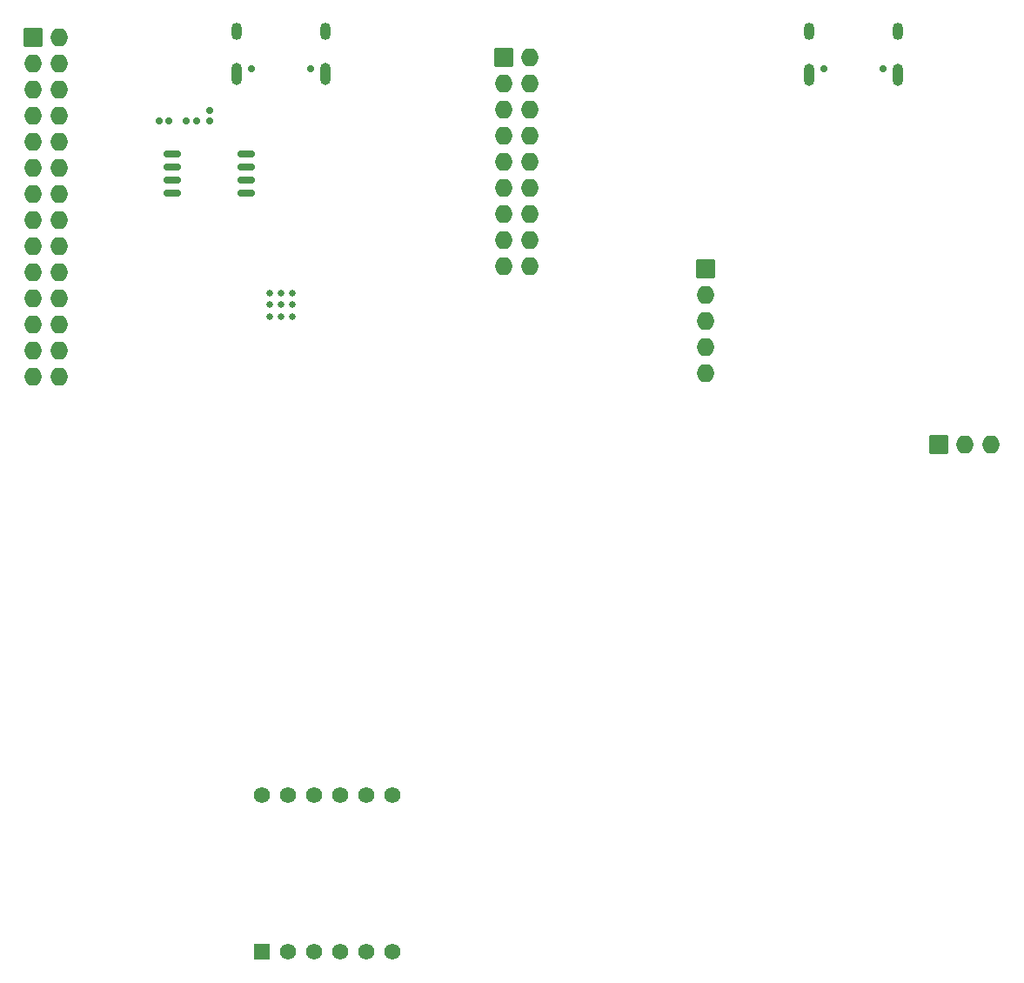
<source format=gbr>
G04 #@! TF.GenerationSoftware,KiCad,Pcbnew,9.0.0*
G04 #@! TF.CreationDate,2025-05-16T10:23:03+02:00*
G04 #@! TF.ProjectId,RP2350_80QFN_minimal,52503233-3530-45f3-9830-51464e5f6d69,rev?*
G04 #@! TF.SameCoordinates,Original*
G04 #@! TF.FileFunction,Soldermask,Bot*
G04 #@! TF.FilePolarity,Negative*
%FSLAX46Y46*%
G04 Gerber Fmt 4.6, Leading zero omitted, Abs format (unit mm)*
G04 Created by KiCad (PCBNEW 9.0.0) date 2025-05-16 10:23:03*
%MOMM*%
%LPD*%
G01*
G04 APERTURE LIST*
G04 Aperture macros list*
%AMRoundRect*
0 Rectangle with rounded corners*
0 $1 Rounding radius*
0 $2 $3 $4 $5 $6 $7 $8 $9 X,Y pos of 4 corners*
0 Add a 4 corners polygon primitive as box body*
4,1,4,$2,$3,$4,$5,$6,$7,$8,$9,$2,$3,0*
0 Add four circle primitives for the rounded corners*
1,1,$1+$1,$2,$3*
1,1,$1+$1,$4,$5*
1,1,$1+$1,$6,$7*
1,1,$1+$1,$8,$9*
0 Add four rect primitives between the rounded corners*
20,1,$1+$1,$2,$3,$4,$5,0*
20,1,$1+$1,$4,$5,$6,$7,0*
20,1,$1+$1,$6,$7,$8,$9,0*
20,1,$1+$1,$8,$9,$2,$3,0*%
G04 Aperture macros list end*
%ADD10RoundRect,0.030000X-0.850000X-0.850000X0.850000X-0.850000X0.850000X0.850000X-0.850000X0.850000X0*%
%ADD11O,1.760000X1.760000*%
%ADD12RoundRect,0.030000X0.850000X-0.850000X0.850000X0.850000X-0.850000X0.850000X-0.850000X-0.850000X0*%
%ADD13RoundRect,0.030000X0.750000X-0.750000X0.750000X0.750000X-0.750000X0.750000X-0.750000X-0.750000X0*%
%ADD14C,1.560000*%
%ADD15C,0.710000*%
%ADD16O,1.060000X2.160000*%
%ADD17O,1.060000X1.660000*%
%ADD18C,0.660000*%
%ADD19RoundRect,0.165000X0.665000X0.165000X-0.665000X0.165000X-0.665000X-0.165000X0.665000X-0.165000X0*%
%ADD20RoundRect,0.150000X-0.200000X0.150000X-0.200000X-0.150000X0.200000X-0.150000X0.200000X0.150000X0*%
%ADD21RoundRect,0.150000X-0.150000X-0.200000X0.150000X-0.200000X0.150000X0.200000X-0.150000X0.200000X0*%
%ADD22RoundRect,0.155000X0.155000X0.185000X-0.155000X0.185000X-0.155000X-0.185000X0.155000X-0.185000X0*%
G04 APERTURE END LIST*
D10*
X129150000Y-71540000D03*
D11*
X129150000Y-74080000D03*
X129150000Y-76620000D03*
X129150000Y-79160000D03*
X129150000Y-81700000D03*
D12*
X151850000Y-88650000D03*
D11*
X154390000Y-88650000D03*
X156930000Y-88650000D03*
D13*
X86000000Y-138000000D03*
D14*
X88540000Y-138000000D03*
X91080000Y-138000000D03*
X93620000Y-138000000D03*
X96160000Y-138000000D03*
X98700000Y-138000000D03*
X98700000Y-122760000D03*
X96160000Y-122760000D03*
X93620000Y-122760000D03*
X91080000Y-122760000D03*
X88540000Y-122760000D03*
X86000000Y-122760000D03*
D15*
X146440000Y-52100000D03*
X140660000Y-52100000D03*
D16*
X147870000Y-52630000D03*
D17*
X147870000Y-48450000D03*
D16*
X139230000Y-52630000D03*
D17*
X139230000Y-48450000D03*
D10*
X109500000Y-51000000D03*
D11*
X112040000Y-51000000D03*
X109500000Y-53540000D03*
X112040000Y-53540000D03*
X109500000Y-56080000D03*
X112040000Y-56080000D03*
X109500000Y-58620000D03*
X112040000Y-58620000D03*
X109500000Y-61160000D03*
X112040000Y-61160000D03*
X109500000Y-63700000D03*
X112040000Y-63700000D03*
X109500000Y-66240000D03*
X112040000Y-66240000D03*
X109500000Y-68780000D03*
X112040000Y-68780000D03*
X109500000Y-71320000D03*
X112040000Y-71320000D03*
D10*
X63760000Y-49000000D03*
D11*
X66300000Y-49000000D03*
X63760000Y-51540000D03*
X66300000Y-51540000D03*
X63760000Y-54080000D03*
X66300000Y-54080000D03*
X63760000Y-56620000D03*
X66300000Y-56620000D03*
X63760000Y-59160000D03*
X66300000Y-59160000D03*
X63760000Y-61700000D03*
X66300000Y-61700000D03*
X63760000Y-64240000D03*
X66300000Y-64240000D03*
X63760000Y-66780000D03*
X66300000Y-66780000D03*
X63760000Y-69320000D03*
X66300000Y-69320000D03*
X63760000Y-71860000D03*
X66300000Y-71860000D03*
X63760000Y-74400000D03*
X66300000Y-74400000D03*
X63760000Y-76940000D03*
X66300000Y-76940000D03*
X63760000Y-79480000D03*
X66300000Y-79480000D03*
X63760000Y-82020000D03*
X66300000Y-82020000D03*
D15*
X90740000Y-52090000D03*
X84960000Y-52090000D03*
D16*
X92170000Y-52620000D03*
D17*
X92170000Y-48440000D03*
D16*
X83530000Y-52620000D03*
D17*
X83530000Y-48440000D03*
D18*
X86716667Y-73916667D03*
X86716667Y-75050000D03*
X86716667Y-76183333D03*
X87850000Y-73916667D03*
X87850000Y-75050000D03*
X87850000Y-76183333D03*
X88983333Y-73916667D03*
X88983333Y-75050000D03*
X88983333Y-76183333D03*
D19*
X84450000Y-60345000D03*
X84450000Y-61615000D03*
X84450000Y-62885000D03*
X84450000Y-64155000D03*
X77250000Y-64155000D03*
X77250000Y-62885000D03*
X77250000Y-61615000D03*
X77250000Y-60345000D03*
D20*
X80950000Y-56130000D03*
X80950000Y-57150000D03*
D21*
X78640000Y-57150000D03*
X79660000Y-57150000D03*
D22*
X76930000Y-57150000D03*
X75970000Y-57150000D03*
M02*

</source>
